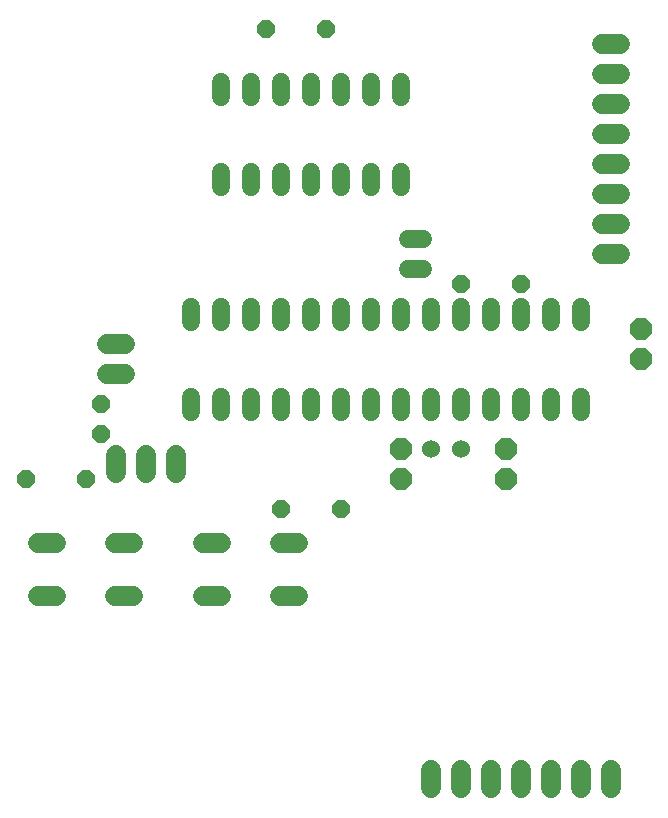
<source format=gts>
G75*
%MOIN*%
%OFA0B0*%
%FSLAX25Y25*%
%IPPOS*%
%LPD*%
%AMOC8*
5,1,8,0,0,1.08239X$1,22.5*
%
%ADD10C,0.06000*%
%ADD11OC8,0.06000*%
%ADD12C,0.06000*%
%ADD13OC8,0.07100*%
%ADD14C,0.06800*%
D10*
X0067600Y0145000D02*
X0067600Y0150200D01*
X0077600Y0150200D02*
X0077600Y0145000D01*
X0087600Y0145000D02*
X0087600Y0150200D01*
X0097600Y0150200D02*
X0097600Y0145000D01*
X0107600Y0145000D02*
X0107600Y0150200D01*
X0117600Y0150200D02*
X0117600Y0145000D01*
X0127600Y0145000D02*
X0127600Y0150200D01*
X0137600Y0150200D02*
X0137600Y0145000D01*
X0147600Y0145000D02*
X0147600Y0150200D01*
X0157600Y0150200D02*
X0157600Y0145000D01*
X0167600Y0145000D02*
X0167600Y0150200D01*
X0177600Y0150200D02*
X0177600Y0145000D01*
X0187600Y0145000D02*
X0187600Y0150200D01*
X0197600Y0150200D02*
X0197600Y0145000D01*
X0197600Y0175000D02*
X0197600Y0180200D01*
X0187600Y0180200D02*
X0187600Y0175000D01*
X0177600Y0175000D02*
X0177600Y0180200D01*
X0167600Y0180200D02*
X0167600Y0175000D01*
X0157600Y0175000D02*
X0157600Y0180200D01*
X0147600Y0180200D02*
X0147600Y0175000D01*
X0137600Y0175000D02*
X0137600Y0180200D01*
X0127600Y0180200D02*
X0127600Y0175000D01*
X0117600Y0175000D02*
X0117600Y0180200D01*
X0107600Y0180200D02*
X0107600Y0175000D01*
X0097600Y0175000D02*
X0097600Y0180200D01*
X0087600Y0180200D02*
X0087600Y0175000D01*
X0077600Y0175000D02*
X0077600Y0180200D01*
X0067600Y0180200D02*
X0067600Y0175000D01*
X0077600Y0220000D02*
X0077600Y0225200D01*
X0087600Y0225200D02*
X0087600Y0220000D01*
X0097600Y0220000D02*
X0097600Y0225200D01*
X0107600Y0225200D02*
X0107600Y0220000D01*
X0117600Y0220000D02*
X0117600Y0225200D01*
X0127600Y0225200D02*
X0127600Y0220000D01*
X0137600Y0220000D02*
X0137600Y0225200D01*
X0140000Y0202600D02*
X0145200Y0202600D01*
X0145200Y0192600D02*
X0140000Y0192600D01*
X0137600Y0250000D02*
X0137600Y0255200D01*
X0127600Y0255200D02*
X0127600Y0250000D01*
X0117600Y0250000D02*
X0117600Y0255200D01*
X0107600Y0255200D02*
X0107600Y0250000D01*
X0097600Y0250000D02*
X0097600Y0255200D01*
X0087600Y0255200D02*
X0087600Y0250000D01*
X0077600Y0250000D02*
X0077600Y0255200D01*
D11*
X0092600Y0272600D03*
X0112600Y0272600D03*
X0157600Y0187600D03*
X0177600Y0187600D03*
X0117600Y0112600D03*
X0097600Y0112600D03*
X0037600Y0137600D03*
X0037600Y0147600D03*
X0032600Y0122600D03*
X0012600Y0122600D03*
D12*
X0147600Y0132600D03*
X0157600Y0132600D03*
D13*
X0172600Y0132600D03*
X0172600Y0122600D03*
X0137600Y0122600D03*
X0137600Y0132600D03*
X0217600Y0162600D03*
X0217600Y0172600D03*
D14*
X0022800Y0083700D02*
X0016800Y0083700D01*
X0016800Y0101500D02*
X0022800Y0101500D01*
X0042400Y0101500D02*
X0048400Y0101500D01*
X0048400Y0083700D02*
X0042400Y0083700D01*
X0071800Y0083700D02*
X0077800Y0083700D01*
X0077800Y0101500D02*
X0071800Y0101500D01*
X0062600Y0124600D02*
X0062600Y0130600D01*
X0052600Y0130600D02*
X0052600Y0124600D01*
X0042600Y0124600D02*
X0042600Y0130600D01*
X0045600Y0157600D02*
X0039600Y0157600D01*
X0039600Y0167600D02*
X0045600Y0167600D01*
X0097400Y0101500D02*
X0103400Y0101500D01*
X0103400Y0083700D02*
X0097400Y0083700D01*
X0147600Y0025600D02*
X0147600Y0019600D01*
X0157600Y0019600D02*
X0157600Y0025600D01*
X0167600Y0025600D02*
X0167600Y0019600D01*
X0177600Y0019600D02*
X0177600Y0025600D01*
X0187600Y0025600D02*
X0187600Y0019600D01*
X0197600Y0019600D02*
X0197600Y0025600D01*
X0207600Y0025600D02*
X0207600Y0019600D01*
X0210600Y0197600D02*
X0204600Y0197600D01*
X0204600Y0207600D02*
X0210600Y0207600D01*
X0210600Y0217600D02*
X0204600Y0217600D01*
X0204600Y0227600D02*
X0210600Y0227600D01*
X0210600Y0237600D02*
X0204600Y0237600D01*
X0204600Y0247600D02*
X0210600Y0247600D01*
X0210600Y0257600D02*
X0204600Y0257600D01*
X0204600Y0267600D02*
X0210600Y0267600D01*
M02*

</source>
